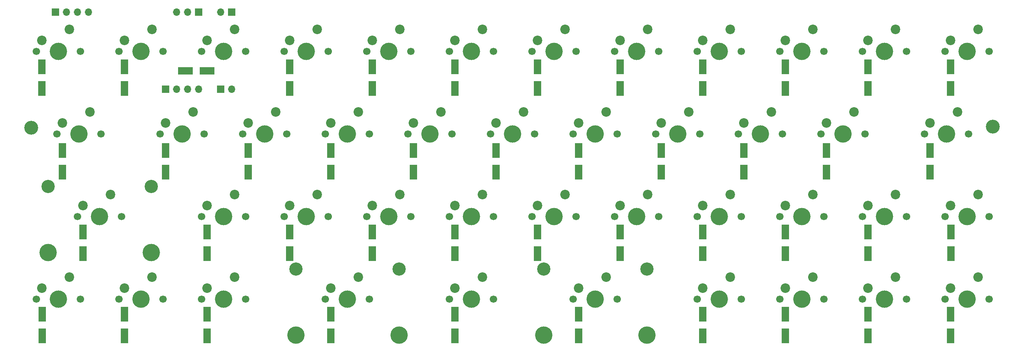
<source format=gbs>
G04 #@! TF.GenerationSoftware,KiCad,Pcbnew,(6.0.2-0)*
G04 #@! TF.CreationDate,2022-07-23T12:51:23+10:00*
G04 #@! TF.ProjectId,keyboard-with-attached-pico,6b657962-6f61-4726-942d-776974682d61,1.01*
G04 #@! TF.SameCoordinates,Original*
G04 #@! TF.FileFunction,Soldermask,Bot*
G04 #@! TF.FilePolarity,Negative*
%FSLAX46Y46*%
G04 Gerber Fmt 4.6, Leading zero omitted, Abs format (unit mm)*
G04 Created by KiCad (PCBNEW (6.0.2-0)) date 2022-07-23 12:51:23*
%MOMM*%
%LPD*%
G01*
G04 APERTURE LIST*
%ADD10R,1.800000X3.500000*%
%ADD11R,3.500000X1.800000*%
%ADD12C,1.700000*%
%ADD13C,4.000000*%
%ADD14C,2.200000*%
%ADD15C,3.200000*%
%ADD16R,1.700000X1.700000*%
%ADD17O,1.700000X1.700000*%
%ADD18C,3.050000*%
G04 APERTURE END LIST*
D10*
X103485999Y-133444060D03*
X103485999Y-128444060D03*
X208280000Y-152765052D03*
X208280000Y-147765052D03*
D11*
X136587092Y-129355560D03*
X141587092Y-129355560D03*
D10*
X103635770Y-190559831D03*
X103635770Y-185559831D03*
X274955000Y-171557650D03*
X274955000Y-166557650D03*
X274955000Y-190559831D03*
X274955000Y-185559831D03*
X227330000Y-190559831D03*
X227330000Y-185559831D03*
X236855000Y-133444060D03*
X236855000Y-128444060D03*
X122555000Y-190559831D03*
X122555000Y-185559831D03*
X198755000Y-171557650D03*
X198755000Y-166557650D03*
X284480000Y-152765052D03*
X284480000Y-147765052D03*
X227330000Y-152765052D03*
X227330000Y-147765052D03*
X255905000Y-190559831D03*
X255905000Y-185559831D03*
X313144667Y-171557650D03*
X313144667Y-166557650D03*
X170180000Y-190559831D03*
X170180000Y-185559831D03*
X294005000Y-171557650D03*
X294005000Y-166557650D03*
X198755000Y-133444060D03*
X198755000Y-128444060D03*
X217805000Y-133444060D03*
X217805000Y-128444060D03*
X236855000Y-171557650D03*
X236855000Y-166557650D03*
X255905000Y-133444060D03*
X255905000Y-128444060D03*
X294005000Y-133444060D03*
X294005000Y-128444060D03*
X160655000Y-171557650D03*
X160655000Y-166557650D03*
X179705000Y-133444060D03*
X179705000Y-128444060D03*
X294005000Y-190559831D03*
X294005000Y-185559831D03*
X308292500Y-152765052D03*
X308292500Y-147765052D03*
X108253648Y-152765052D03*
X108253648Y-147765052D03*
X217805000Y-171557650D03*
X217805000Y-166557650D03*
X160655000Y-133444060D03*
X160655000Y-128444060D03*
X151130000Y-152765052D03*
X151130000Y-147765052D03*
X274955000Y-133444060D03*
X274955000Y-128444060D03*
X170180000Y-152765052D03*
X170180000Y-147765052D03*
X132080000Y-152765052D03*
X132080000Y-147765052D03*
X255905000Y-171557650D03*
X255905000Y-166557650D03*
X179705000Y-171557650D03*
X179705000Y-166557650D03*
X113030000Y-171557650D03*
X113030000Y-166557650D03*
X265430000Y-152765052D03*
X265430000Y-147765052D03*
X246380000Y-152765052D03*
X246380000Y-147765052D03*
X313055000Y-133444060D03*
X313055000Y-128444060D03*
X313055000Y-190559831D03*
X313055000Y-185559831D03*
X189230000Y-152765052D03*
X189230000Y-147765052D03*
X141605000Y-171557650D03*
X141605000Y-166557650D03*
X122555000Y-133444060D03*
X122555000Y-128444060D03*
X141605000Y-190559831D03*
X141605000Y-185559831D03*
X198755000Y-190559831D03*
X198755000Y-185559831D03*
D12*
X102235000Y-124920000D03*
D13*
X107315000Y-124920000D03*
D12*
X112395000Y-124920000D03*
D14*
X109855000Y-119840000D03*
X103505000Y-122380000D03*
D15*
X101092000Y-142494000D03*
X322834000Y-142240000D03*
D12*
X131445000Y-124920000D03*
D13*
X126365000Y-124920000D03*
D12*
X121285000Y-124920000D03*
D14*
X128905000Y-119840000D03*
X122555000Y-122380000D03*
D16*
X144780000Y-133604000D03*
D17*
X147320000Y-133604000D03*
D12*
X311785000Y-124920000D03*
X321945000Y-124920000D03*
D13*
X316865000Y-124920000D03*
D14*
X319405000Y-119840000D03*
X313055000Y-122380000D03*
D12*
X187960000Y-143970000D03*
D13*
X193040000Y-143970000D03*
D12*
X198120000Y-143970000D03*
D14*
X195580000Y-138890000D03*
X189230000Y-141430000D03*
D12*
X255270000Y-143970000D03*
X245110000Y-143970000D03*
D13*
X250190000Y-143970000D03*
D14*
X252730000Y-138890000D03*
X246380000Y-141430000D03*
D12*
X292735000Y-163020000D03*
D13*
X297815000Y-163020000D03*
D12*
X302895000Y-163020000D03*
D14*
X300355000Y-157940000D03*
X294005000Y-160480000D03*
D13*
X297815000Y-124920000D03*
D12*
X292735000Y-124920000D03*
X302895000Y-124920000D03*
D14*
X300355000Y-119840000D03*
X294005000Y-122380000D03*
D12*
X178435000Y-124920000D03*
X188595000Y-124920000D03*
D13*
X183515000Y-124920000D03*
D14*
X186055000Y-119840000D03*
X179705000Y-122380000D03*
D12*
X254635000Y-163020000D03*
X264795000Y-163020000D03*
D13*
X259715000Y-163020000D03*
D14*
X262255000Y-157940000D03*
X255905000Y-160480000D03*
D12*
X197485000Y-163020000D03*
X207645000Y-163020000D03*
D13*
X202565000Y-163020000D03*
D14*
X205105000Y-157940000D03*
X198755000Y-160480000D03*
D12*
X274320000Y-143970000D03*
X264160000Y-143970000D03*
D13*
X269240000Y-143970000D03*
D14*
X271780000Y-138890000D03*
X265430000Y-141430000D03*
D12*
X226060000Y-182070000D03*
D13*
X243040000Y-190310000D03*
D18*
X243040000Y-175070000D03*
D13*
X231140000Y-182070000D03*
D12*
X236220000Y-182070000D03*
D18*
X219240000Y-175070000D03*
D13*
X219240000Y-190310000D03*
D14*
X233680000Y-176990000D03*
X227330000Y-179530000D03*
D12*
X283845000Y-124920000D03*
X273685000Y-124920000D03*
D13*
X278765000Y-124920000D03*
D14*
X281305000Y-119840000D03*
X274955000Y-122380000D03*
D13*
X231140000Y-143970000D03*
D12*
X236220000Y-143970000D03*
X226060000Y-143970000D03*
D14*
X233680000Y-138890000D03*
X227330000Y-141430000D03*
D12*
X179070000Y-143970000D03*
X168910000Y-143970000D03*
D13*
X173990000Y-143970000D03*
D14*
X176530000Y-138890000D03*
X170180000Y-141430000D03*
D13*
X135890000Y-143970000D03*
D12*
X130810000Y-143970000D03*
X140970000Y-143970000D03*
D14*
X138430000Y-138890000D03*
X132080000Y-141430000D03*
D16*
X132080000Y-133604000D03*
D17*
X134620000Y-133604000D03*
X137160000Y-133604000D03*
X139700000Y-133604000D03*
D13*
X112077500Y-143970000D03*
D12*
X106997500Y-143970000D03*
X117157500Y-143970000D03*
D14*
X114617500Y-138890000D03*
X108267500Y-141430000D03*
D13*
X183515000Y-163020000D03*
D12*
X188595000Y-163020000D03*
X178435000Y-163020000D03*
D14*
X186055000Y-157940000D03*
X179705000Y-160480000D03*
D13*
X278765000Y-182070000D03*
D12*
X273685000Y-182070000D03*
X283845000Y-182070000D03*
D14*
X281305000Y-176990000D03*
X274955000Y-179530000D03*
D12*
X150495000Y-124920000D03*
D13*
X145415000Y-124920000D03*
D12*
X140335000Y-124920000D03*
D14*
X147955000Y-119840000D03*
X141605000Y-122380000D03*
D12*
X169545000Y-124920000D03*
D13*
X164465000Y-124920000D03*
D12*
X159385000Y-124920000D03*
D14*
X167005000Y-119840000D03*
X160655000Y-122380000D03*
D13*
X212090000Y-143970000D03*
D12*
X217170000Y-143970000D03*
X207010000Y-143970000D03*
D14*
X214630000Y-138890000D03*
X208280000Y-141430000D03*
D12*
X150495000Y-163020000D03*
X140335000Y-163020000D03*
D13*
X145415000Y-163020000D03*
D14*
X147955000Y-157940000D03*
X141605000Y-160480000D03*
D12*
X283210000Y-143970000D03*
X293370000Y-143970000D03*
D13*
X288290000Y-143970000D03*
D14*
X290830000Y-138890000D03*
X284480000Y-141430000D03*
D12*
X149860000Y-143970000D03*
X160020000Y-143970000D03*
D13*
X154940000Y-143970000D03*
D14*
X157480000Y-138890000D03*
X151130000Y-141430000D03*
D12*
X121920000Y-163020000D03*
D13*
X116840000Y-163020000D03*
D18*
X128740000Y-156020000D03*
X104940000Y-156020000D03*
D13*
X104940000Y-171260000D03*
X128740000Y-171260000D03*
D12*
X111760000Y-163020000D03*
D14*
X119380000Y-157940000D03*
X113030000Y-160480000D03*
D16*
X139700000Y-115824000D03*
D17*
X137160000Y-115824000D03*
X134620000Y-115824000D03*
D13*
X240665000Y-124920000D03*
D12*
X235585000Y-124920000D03*
X245745000Y-124920000D03*
D14*
X243205000Y-119840000D03*
X236855000Y-122380000D03*
D12*
X216535000Y-163020000D03*
X226695000Y-163020000D03*
D13*
X221615000Y-163020000D03*
D14*
X224155000Y-157940000D03*
X217805000Y-160480000D03*
D13*
X316865000Y-182070000D03*
D12*
X311785000Y-182070000D03*
X321945000Y-182070000D03*
D14*
X319405000Y-176990000D03*
X313055000Y-179530000D03*
D13*
X259715000Y-124920000D03*
D12*
X254635000Y-124920000D03*
X264795000Y-124920000D03*
D14*
X262255000Y-119840000D03*
X255905000Y-122380000D03*
D12*
X321945000Y-163020000D03*
X311785000Y-163020000D03*
D13*
X316865000Y-163020000D03*
D14*
X319405000Y-157940000D03*
X313055000Y-160480000D03*
D12*
X197485000Y-124920000D03*
D13*
X202565000Y-124920000D03*
D12*
X207645000Y-124920000D03*
D14*
X205105000Y-119840000D03*
X198755000Y-122380000D03*
D16*
X147320000Y-115824000D03*
D17*
X144780000Y-115824000D03*
D12*
X159385000Y-163020000D03*
X169545000Y-163020000D03*
D13*
X164465000Y-163020000D03*
D14*
X167005000Y-157940000D03*
X160655000Y-160480000D03*
D12*
X150495000Y-182070000D03*
D13*
X145415000Y-182070000D03*
D12*
X140335000Y-182070000D03*
D14*
X147955000Y-176990000D03*
X141605000Y-179530000D03*
D12*
X317182500Y-143970000D03*
D13*
X312102500Y-143970000D03*
D12*
X307022500Y-143970000D03*
D14*
X314642500Y-138890000D03*
X308292500Y-141430000D03*
D12*
X235585000Y-163020000D03*
X245745000Y-163020000D03*
D13*
X240665000Y-163020000D03*
D14*
X243205000Y-157940000D03*
X236855000Y-160480000D03*
D12*
X283845000Y-163020000D03*
D13*
X278765000Y-163020000D03*
D12*
X273685000Y-163020000D03*
D14*
X281305000Y-157940000D03*
X274955000Y-160480000D03*
D13*
X202565000Y-182070000D03*
D12*
X197485000Y-182070000D03*
X207645000Y-182070000D03*
D14*
X205105000Y-176990000D03*
X198755000Y-179530000D03*
D12*
X254635000Y-182070000D03*
X264795000Y-182070000D03*
D13*
X259715000Y-182070000D03*
D14*
X262255000Y-176990000D03*
X255905000Y-179530000D03*
D12*
X302895000Y-182070000D03*
D13*
X297815000Y-182070000D03*
D12*
X292735000Y-182070000D03*
D14*
X300355000Y-176990000D03*
X294005000Y-179530000D03*
D12*
X112395000Y-182070000D03*
X102235000Y-182070000D03*
D13*
X107315000Y-182070000D03*
D14*
X109855000Y-176990000D03*
X103505000Y-179530000D03*
D13*
X173990000Y-182070000D03*
D18*
X185890000Y-175070000D03*
X162090000Y-175070000D03*
D12*
X168910000Y-182070000D03*
D13*
X162090000Y-190310000D03*
X185890000Y-190310000D03*
D12*
X179070000Y-182070000D03*
D14*
X176530000Y-176990000D03*
X170180000Y-179530000D03*
D13*
X126365000Y-182070000D03*
D12*
X131445000Y-182070000D03*
X121285000Y-182070000D03*
D14*
X128905000Y-176990000D03*
X122555000Y-179530000D03*
D13*
X221615000Y-124920000D03*
D12*
X216535000Y-124920000D03*
X226695000Y-124920000D03*
D14*
X224155000Y-119840000D03*
X217805000Y-122380000D03*
D16*
X106680000Y-115824000D03*
D17*
X109220000Y-115824000D03*
X111760000Y-115824000D03*
X114300000Y-115824000D03*
M02*

</source>
